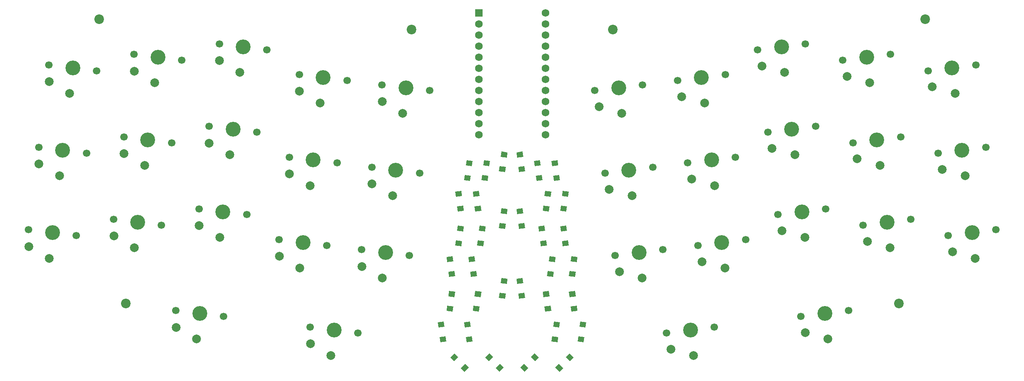
<source format=gbr>
G04 #@! TF.GenerationSoftware,KiCad,Pcbnew,(5.1.9)-1*
G04 #@! TF.CreationDate,2021-11-23T16:25:02-08:00*
G04 #@! TF.ProjectId,Claudia_choc,436c6175-6469-4615-9f63-686f632e6b69,rev?*
G04 #@! TF.SameCoordinates,Original*
G04 #@! TF.FileFunction,Soldermask,Top*
G04 #@! TF.FilePolarity,Negative*
%FSLAX46Y46*%
G04 Gerber Fmt 4.6, Leading zero omitted, Abs format (unit mm)*
G04 Created by KiCad (PCBNEW (5.1.9)-1) date 2021-11-23 16:25:02*
%MOMM*%
%LPD*%
G01*
G04 APERTURE LIST*
%ADD10C,1.700000*%
%ADD11C,2.000000*%
%ADD12C,3.400000*%
%ADD13C,2.200000*%
%ADD14C,1.752600*%
%ADD15R,1.752600X1.752600*%
%ADD16C,0.100000*%
G04 APERTURE END LIST*
D10*
X42964808Y-51099304D03*
X32046800Y-49758742D03*
D11*
X32079970Y-53591352D03*
X36786775Y-56285045D03*
D12*
X37505804Y-50429023D03*
D10*
X184289616Y-109881392D03*
X173371608Y-111221954D03*
D11*
X174330985Y-114932695D03*
X179549641Y-116407695D03*
D12*
X178830612Y-110551673D03*
D10*
X40643197Y-70007308D03*
X29725189Y-68666746D03*
D11*
X29758359Y-72499356D03*
X34465164Y-75193049D03*
D12*
X35184193Y-69337027D03*
D10*
X38321586Y-88915313D03*
X27403578Y-87574751D03*
D11*
X27436748Y-91407361D03*
X32143553Y-94101054D03*
D12*
X32862582Y-88245032D03*
D10*
X62453215Y-48693914D03*
X51535207Y-47353352D03*
D11*
X51568377Y-51185962D03*
X56275182Y-53879655D03*
D12*
X56994211Y-48023633D03*
D10*
X60131604Y-67601918D03*
X49213596Y-66261356D03*
D11*
X49246766Y-70093966D03*
X53953571Y-72787659D03*
D12*
X54672600Y-66931637D03*
D10*
X57809993Y-86509923D03*
X46891985Y-85169361D03*
D11*
X46925155Y-89001971D03*
X51631960Y-91695664D03*
D12*
X52350989Y-85839642D03*
D10*
X81941622Y-46288524D03*
X71023614Y-44947962D03*
D11*
X71056784Y-48780572D03*
X75763589Y-51474265D03*
D12*
X76482618Y-45618243D03*
D10*
X79620011Y-65196528D03*
X68702003Y-63855966D03*
D11*
X68735173Y-67688576D03*
X73441978Y-70382269D03*
D12*
X74161007Y-64526247D03*
D10*
X77298400Y-84104533D03*
X66380392Y-82763971D03*
D11*
X66413562Y-86596581D03*
X71120367Y-89290274D03*
D12*
X71839396Y-83434252D03*
D10*
X100269223Y-53337136D03*
X89351215Y-51996574D03*
D11*
X89384385Y-55829184D03*
X94091190Y-58522877D03*
D12*
X94810219Y-52666855D03*
D10*
X97947612Y-72245140D03*
X87029604Y-70904578D03*
D11*
X87062774Y-74737188D03*
X91769579Y-77430881D03*
D12*
X92488608Y-71574859D03*
D10*
X95626001Y-91153145D03*
X84707993Y-89812583D03*
D11*
X84741163Y-93645193D03*
X89447968Y-96338886D03*
D12*
X90166997Y-90482864D03*
D10*
X72033133Y-107449367D03*
X61115125Y-106108805D03*
D11*
X61148295Y-109941415D03*
X65855100Y-112635108D03*
D12*
X66574129Y-106779086D03*
D10*
X114534006Y-93474756D03*
X103615998Y-92134194D03*
D11*
X103649168Y-95966804D03*
X108355973Y-98660497D03*
D12*
X109075002Y-92804475D03*
D10*
X170192392Y-73226189D03*
X159274384Y-74566751D03*
D11*
X160233761Y-78277492D03*
X165452417Y-79752492D03*
D12*
X164733388Y-73896470D03*
D10*
X172514002Y-92134194D03*
X161595994Y-93474756D03*
D11*
X162555371Y-97185497D03*
X167774027Y-98660497D03*
D12*
X167054998Y-92804475D03*
D10*
X189100396Y-70904578D03*
X178182388Y-72245140D03*
D11*
X179141765Y-75955881D03*
X184360421Y-77430881D03*
D12*
X183641392Y-71574859D03*
D10*
X191422007Y-89812583D03*
X180503999Y-91153145D03*
D11*
X181463376Y-94863886D03*
X186682032Y-96338886D03*
D12*
X185963003Y-90482864D03*
D10*
X215014875Y-106108805D03*
X204096867Y-107449367D03*
D11*
X205056244Y-111160108D03*
X210274900Y-112635108D03*
D12*
X209555871Y-106779086D03*
D10*
X205106386Y-44947962D03*
X194188378Y-46288524D03*
D11*
X195147755Y-49999265D03*
X200366411Y-51474265D03*
D12*
X199647382Y-45618243D03*
D10*
X207427997Y-63855966D03*
X196509989Y-65196528D03*
D11*
X197469366Y-68907269D03*
X202688022Y-70382269D03*
D12*
X201968993Y-64526247D03*
D10*
X209749608Y-82763971D03*
X198831600Y-84104533D03*
D11*
X199790977Y-87815274D03*
X205009633Y-89290274D03*
D12*
X204290604Y-83434252D03*
D10*
X224594793Y-47353352D03*
X213676785Y-48693914D03*
D11*
X214636162Y-52404655D03*
X219854818Y-53879655D03*
D12*
X219135789Y-48023633D03*
D10*
X226916404Y-66261356D03*
X215998396Y-67601918D03*
D11*
X216957773Y-71312659D03*
X222176429Y-72787659D03*
D12*
X221457400Y-66931637D03*
D10*
X229238015Y-85169361D03*
X218320007Y-86509923D03*
D11*
X219279384Y-90220664D03*
X224498040Y-91695664D03*
D12*
X223779011Y-85839642D03*
D10*
X244083200Y-49758742D03*
X233165192Y-51099304D03*
D11*
X234124569Y-54810045D03*
X239343225Y-56285045D03*
D12*
X238624196Y-50429023D03*
D10*
X248726422Y-87574751D03*
X237808414Y-88915313D03*
D11*
X238767791Y-92626054D03*
X243986447Y-94101054D03*
D12*
X243267418Y-88245032D03*
D10*
X119177227Y-55658747D03*
X108259219Y-54318185D03*
D11*
X108292389Y-58150795D03*
X112999194Y-60844488D03*
D12*
X113718223Y-54988466D03*
D10*
X116855616Y-74566751D03*
X105937608Y-73226189D03*
D11*
X105970778Y-77058799D03*
X110677583Y-79752492D03*
D12*
X111396612Y-73896470D03*
D10*
X246404811Y-68666746D03*
X235486803Y-70007308D03*
D11*
X236446180Y-73718049D03*
X241664836Y-75193049D03*
D12*
X240945807Y-69337027D03*
D10*
X186778785Y-51996574D03*
X175860777Y-53337136D03*
D11*
X176820154Y-57047877D03*
X182038810Y-58522877D03*
D12*
X181319781Y-52666855D03*
D10*
X167870781Y-54318185D03*
X156952773Y-55658747D03*
D11*
X157912150Y-59369488D03*
X163130806Y-60844488D03*
D12*
X162411777Y-54988466D03*
D10*
X102758392Y-111221954D03*
X91840384Y-109881392D03*
D11*
X91873554Y-113714002D03*
X96580359Y-116407695D03*
D12*
X97299388Y-110551673D03*
D13*
X43547200Y-39250000D03*
X226499534Y-104500000D03*
X49630466Y-104500000D03*
X115000000Y-41630600D03*
X161047200Y-41630600D03*
X232500000Y-39250000D03*
D14*
X145643600Y-37820600D03*
X130403600Y-65760600D03*
X145643600Y-40360600D03*
X145643600Y-42900600D03*
X145643600Y-45440600D03*
X145643600Y-47980600D03*
X145643600Y-50520600D03*
X145643600Y-53060600D03*
X145643600Y-55600600D03*
X145643600Y-58140600D03*
X145643600Y-60680600D03*
X145643600Y-63220600D03*
X145643600Y-65760600D03*
X130403600Y-63220600D03*
X130403600Y-60680600D03*
X130403600Y-58140600D03*
X130403600Y-55600600D03*
X130403600Y-53060600D03*
X130403600Y-50520600D03*
X130403600Y-47980600D03*
X130403600Y-45440600D03*
X130403600Y-42900600D03*
X130403600Y-40360600D03*
D15*
X130403600Y-37820600D03*
D16*
G36*
X154414483Y-113368164D02*
G01*
X153024918Y-113197547D01*
X153171161Y-112006492D01*
X154560726Y-112177109D01*
X154414483Y-113368164D01*
G37*
G36*
X154828839Y-109993508D02*
G01*
X153439274Y-109822891D01*
X153585517Y-108631836D01*
X154975082Y-108802453D01*
X154828839Y-109993508D01*
G37*
G36*
X152414483Y-98368164D02*
G01*
X151024918Y-98197547D01*
X151171161Y-97006492D01*
X152560726Y-97177109D01*
X152414483Y-98368164D01*
G37*
G36*
X152828839Y-94993508D02*
G01*
X151439274Y-94822891D01*
X151585517Y-93631836D01*
X152975082Y-93802453D01*
X152828839Y-94993508D01*
G37*
G36*
X146414483Y-83368164D02*
G01*
X145024918Y-83197547D01*
X145171161Y-82006492D01*
X146560726Y-82177109D01*
X146414483Y-83368164D01*
G37*
G36*
X146828839Y-79993508D02*
G01*
X145439274Y-79822891D01*
X145585517Y-78631836D01*
X146975082Y-78802453D01*
X146828839Y-79993508D01*
G37*
G36*
X148414483Y-113368164D02*
G01*
X147024918Y-113197547D01*
X147171161Y-112006492D01*
X148560726Y-112177109D01*
X148414483Y-113368164D01*
G37*
G36*
X148828839Y-109993508D02*
G01*
X147439274Y-109822891D01*
X147585517Y-108631836D01*
X148975082Y-108802453D01*
X148828839Y-109993508D01*
G37*
G36*
X147414483Y-98368164D02*
G01*
X146024918Y-98197547D01*
X146171161Y-97006492D01*
X147560726Y-97177109D01*
X147414483Y-98368164D01*
G37*
G36*
X147828839Y-94993508D02*
G01*
X146439274Y-94822891D01*
X146585517Y-93631836D01*
X147975082Y-93802453D01*
X147828839Y-94993508D01*
G37*
G36*
X150414483Y-83368164D02*
G01*
X149024918Y-83197547D01*
X149171161Y-82006492D01*
X150560726Y-82177109D01*
X150414483Y-83368164D01*
G37*
G36*
X150828839Y-79993508D02*
G01*
X149439274Y-79822891D01*
X149585517Y-78631836D01*
X150975082Y-78802453D01*
X150828839Y-79993508D01*
G37*
G36*
X151024918Y-101802453D02*
G01*
X152414483Y-101631836D01*
X152560726Y-102822891D01*
X151171161Y-102993508D01*
X151024918Y-101802453D01*
G37*
G36*
X151439274Y-105177109D02*
G01*
X152828839Y-105006492D01*
X152975082Y-106197547D01*
X151585517Y-106368164D01*
X151439274Y-105177109D01*
G37*
G36*
X149024918Y-86802453D02*
G01*
X150414483Y-86631836D01*
X150560726Y-87822891D01*
X149171161Y-87993508D01*
X149024918Y-86802453D01*
G37*
G36*
X149439274Y-90177109D02*
G01*
X150828839Y-90006492D01*
X150975082Y-91197547D01*
X149585517Y-91368164D01*
X149439274Y-90177109D01*
G37*
G36*
X147024918Y-71802453D02*
G01*
X148414483Y-71631836D01*
X148560726Y-72822891D01*
X147171161Y-72993508D01*
X147024918Y-71802453D01*
G37*
G36*
X147439274Y-75177109D02*
G01*
X148828839Y-75006492D01*
X148975082Y-76197547D01*
X147585517Y-76368164D01*
X147439274Y-75177109D01*
G37*
G36*
X151131371Y-115878679D02*
G01*
X152121321Y-116868629D01*
X151272793Y-117717157D01*
X150282843Y-116727207D01*
X151131371Y-115878679D01*
G37*
G36*
X148727207Y-118282843D02*
G01*
X149717157Y-119272793D01*
X148868629Y-120121321D01*
X147878679Y-119131371D01*
X148727207Y-118282843D01*
G37*
G36*
X145439274Y-105177109D02*
G01*
X146828839Y-105006492D01*
X146975082Y-106197547D01*
X145585517Y-106368164D01*
X145439274Y-105177109D01*
G37*
G36*
X145024918Y-101802453D02*
G01*
X146414483Y-101631836D01*
X146560726Y-102822891D01*
X145171161Y-102993508D01*
X145024918Y-101802453D01*
G37*
G36*
X144024918Y-86802453D02*
G01*
X145414483Y-86631836D01*
X145560726Y-87822891D01*
X144171161Y-87993508D01*
X144024918Y-86802453D01*
G37*
G36*
X144439274Y-90177109D02*
G01*
X145828839Y-90006492D01*
X145975082Y-91197547D01*
X144585517Y-91368164D01*
X144439274Y-90177109D01*
G37*
G36*
X143024918Y-71802453D02*
G01*
X144414483Y-71631836D01*
X144560726Y-72822891D01*
X143171161Y-72993508D01*
X143024918Y-71802453D01*
G37*
G36*
X143439274Y-75177109D02*
G01*
X144828839Y-75006492D01*
X144975082Y-76197547D01*
X143585517Y-76368164D01*
X143439274Y-75177109D01*
G37*
G36*
X143131371Y-115878679D02*
G01*
X144121321Y-116868629D01*
X143272793Y-117717157D01*
X142282843Y-116727207D01*
X143131371Y-115878679D01*
G37*
G36*
X140727207Y-118282843D02*
G01*
X141717157Y-119272793D01*
X140868629Y-120121321D01*
X139878679Y-119131371D01*
X140727207Y-118282843D01*
G37*
G36*
X139439274Y-102177109D02*
G01*
X140828839Y-102006492D01*
X140975082Y-103197547D01*
X139585517Y-103368164D01*
X139439274Y-102177109D01*
G37*
G36*
X139024918Y-98802453D02*
G01*
X140414483Y-98631836D01*
X140560726Y-99822891D01*
X139171161Y-99993508D01*
X139024918Y-98802453D01*
G37*
G36*
X139024918Y-82802453D02*
G01*
X140414483Y-82631836D01*
X140560726Y-83822891D01*
X139171161Y-83993508D01*
X139024918Y-82802453D01*
G37*
G36*
X139439274Y-86177109D02*
G01*
X140828839Y-86006492D01*
X140975082Y-87197547D01*
X139585517Y-87368164D01*
X139439274Y-86177109D01*
G37*
G36*
X139439274Y-73177109D02*
G01*
X140828839Y-73006492D01*
X140975082Y-74197547D01*
X139585517Y-74368164D01*
X139439274Y-73177109D01*
G37*
G36*
X139024918Y-69802453D02*
G01*
X140414483Y-69631836D01*
X140560726Y-70822891D01*
X139171161Y-70993508D01*
X139024918Y-69802453D01*
G37*
G36*
X131878679Y-116868629D02*
G01*
X132868629Y-115878679D01*
X133717157Y-116727207D01*
X132727207Y-117717157D01*
X131878679Y-116868629D01*
G37*
G36*
X134282843Y-119272793D02*
G01*
X135272793Y-118282843D01*
X136121321Y-119131371D01*
X135131371Y-120121321D01*
X134282843Y-119272793D01*
G37*
G36*
X135171161Y-102006492D02*
G01*
X136560726Y-102177109D01*
X136414483Y-103368164D01*
X135024918Y-103197547D01*
X135171161Y-102006492D01*
G37*
G36*
X135585517Y-98631836D02*
G01*
X136975082Y-98802453D01*
X136828839Y-99993508D01*
X135439274Y-99822891D01*
X135585517Y-98631836D01*
G37*
G36*
X135585517Y-82631836D02*
G01*
X136975082Y-82802453D01*
X136828839Y-83993508D01*
X135439274Y-83822891D01*
X135585517Y-82631836D01*
G37*
G36*
X135171161Y-86006492D02*
G01*
X136560726Y-86177109D01*
X136414483Y-87368164D01*
X135024918Y-87197547D01*
X135171161Y-86006492D01*
G37*
G36*
X135171161Y-73006492D02*
G01*
X136560726Y-73177109D01*
X136414483Y-74368164D01*
X135024918Y-74197547D01*
X135171161Y-73006492D01*
G37*
G36*
X135585517Y-69631836D02*
G01*
X136975082Y-69802453D01*
X136828839Y-70993508D01*
X135439274Y-70822891D01*
X135585517Y-69631836D01*
G37*
G36*
X123878679Y-116868629D02*
G01*
X124868629Y-115878679D01*
X125717157Y-116727207D01*
X124727207Y-117717157D01*
X123878679Y-116868629D01*
G37*
G36*
X126282843Y-119272793D02*
G01*
X127272793Y-118282843D01*
X128121321Y-119131371D01*
X127131371Y-120121321D01*
X126282843Y-119272793D01*
G37*
G36*
X129585517Y-101631836D02*
G01*
X130975082Y-101802453D01*
X130828839Y-102993508D01*
X129439274Y-102822891D01*
X129585517Y-101631836D01*
G37*
G36*
X129171161Y-105006492D02*
G01*
X130560726Y-105177109D01*
X130414483Y-106368164D01*
X129024918Y-106197547D01*
X129171161Y-105006492D01*
G37*
G36*
X130585517Y-86631836D02*
G01*
X131975082Y-86802453D01*
X131828839Y-87993508D01*
X130439274Y-87822891D01*
X130585517Y-86631836D01*
G37*
G36*
X130171161Y-90006492D02*
G01*
X131560726Y-90177109D01*
X131414483Y-91368164D01*
X130024918Y-91197547D01*
X130171161Y-90006492D01*
G37*
G36*
X131585517Y-71631836D02*
G01*
X132975082Y-71802453D01*
X132828839Y-72993508D01*
X131439274Y-72822891D01*
X131585517Y-71631836D01*
G37*
G36*
X131171161Y-75006492D02*
G01*
X132560726Y-75177109D01*
X132414483Y-76368164D01*
X131024918Y-76197547D01*
X131171161Y-75006492D01*
G37*
G36*
X123585517Y-101631836D02*
G01*
X124975082Y-101802453D01*
X124828839Y-102993508D01*
X123439274Y-102822891D01*
X123585517Y-101631836D01*
G37*
G36*
X123171161Y-105006492D02*
G01*
X124560726Y-105177109D01*
X124414483Y-106368164D01*
X123024918Y-106197547D01*
X123171161Y-105006492D01*
G37*
G36*
X125585517Y-86631836D02*
G01*
X126975082Y-86802453D01*
X126828839Y-87993508D01*
X125439274Y-87822891D01*
X125585517Y-86631836D01*
G37*
G36*
X125171161Y-90006492D02*
G01*
X126560726Y-90177109D01*
X126414483Y-91368164D01*
X125024918Y-91197547D01*
X125171161Y-90006492D01*
G37*
G36*
X127585517Y-71631836D02*
G01*
X128975082Y-71802453D01*
X128828839Y-72993508D01*
X127439274Y-72822891D01*
X127585517Y-71631836D01*
G37*
G36*
X127171161Y-75006492D02*
G01*
X128560726Y-75177109D01*
X128414483Y-76368164D01*
X127024918Y-76197547D01*
X127171161Y-75006492D01*
G37*
G36*
X128975082Y-113197547D02*
G01*
X127585517Y-113368164D01*
X127439274Y-112177109D01*
X128828839Y-112006492D01*
X128975082Y-113197547D01*
G37*
G36*
X128560726Y-109822891D02*
G01*
X127171161Y-109993508D01*
X127024918Y-108802453D01*
X128414483Y-108631836D01*
X128560726Y-109822891D01*
G37*
G36*
X124975082Y-98197547D02*
G01*
X123585517Y-98368164D01*
X123439274Y-97177109D01*
X124828839Y-97006492D01*
X124975082Y-98197547D01*
G37*
G36*
X124560726Y-94822891D02*
G01*
X123171161Y-94993508D01*
X123024918Y-93802453D01*
X124414483Y-93631836D01*
X124560726Y-94822891D01*
G37*
G36*
X126975082Y-83197547D02*
G01*
X125585517Y-83368164D01*
X125439274Y-82177109D01*
X126828839Y-82006492D01*
X126975082Y-83197547D01*
G37*
G36*
X126560726Y-79822891D02*
G01*
X125171161Y-79993508D01*
X125024918Y-78802453D01*
X126414483Y-78631836D01*
X126560726Y-79822891D01*
G37*
G36*
X122975082Y-113197547D02*
G01*
X121585517Y-113368164D01*
X121439274Y-112177109D01*
X122828839Y-112006492D01*
X122975082Y-113197547D01*
G37*
G36*
X122560726Y-109822891D02*
G01*
X121171161Y-109993508D01*
X121024918Y-108802453D01*
X122414483Y-108631836D01*
X122560726Y-109822891D01*
G37*
G36*
X129975082Y-98197547D02*
G01*
X128585517Y-98368164D01*
X128439274Y-97177109D01*
X129828839Y-97006492D01*
X129975082Y-98197547D01*
G37*
G36*
X129560726Y-94822891D02*
G01*
X128171161Y-94993508D01*
X128024918Y-93802453D01*
X129414483Y-93631836D01*
X129560726Y-94822891D01*
G37*
G36*
X130975082Y-83197547D02*
G01*
X129585517Y-83368164D01*
X129439274Y-82177109D01*
X130828839Y-82006492D01*
X130975082Y-83197547D01*
G37*
G36*
X130560726Y-79822891D02*
G01*
X129171161Y-79993508D01*
X129024918Y-78802453D01*
X130414483Y-78631836D01*
X130560726Y-79822891D01*
G37*
M02*

</source>
